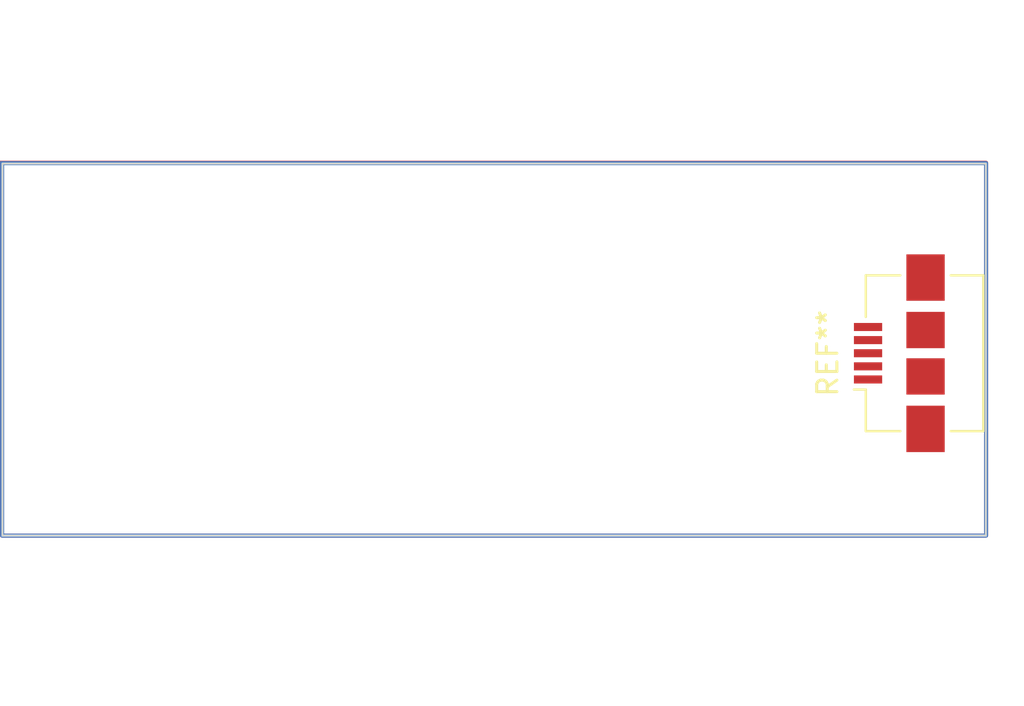
<source format=kicad_pcb>
(kicad_pcb (version 20211014) (generator pcbnew)
  (layers (0 "F.Cu" signal) (31 "B.Cu" signal) (34 "B.Paste" user) (35 "F.Paste" user) (36 "B.SilkS" user "B.Silkscreen") (37 "F.SilkS" user "F.Silkscreen") (38 "B.Mask" user) (39 "F.Mask" user) (44 "Edge.Cuts" user))
  (net 0 "")
  (footprint "Connector_USB:USB_Micro-B_Amphenol_10104110_Horizontal" (layer "F.Cu") (at 145.34 81.17 90)
    (fp_text reference "REF**" (at 0 -3.55 90) (layer "F.SilkS"))
    (fp_text value "USB_Micro-B_Amphenol_10104110_Horizontal")
    (fp_line (start 3.86 0.05) (end 3.86 -1.66) (layer "F.SilkS") (width 0.12))
    (fp_line (start -3.86 4.16) (end -3.86 2.55) (layer "F.SilkS") (width 0.12))
    (fp_line (start -1.8 -1.66) (end -1.8 -2.25) (layer "F.SilkS") (width 0.12))
    (fp_line (start -3.86 0.05) (end -3.86 -1.66) (layer "F.SilkS") (width 0.12))
    (fp_line (start 3.86 -1.66) (end 1.8 -1.66) (layer "F.SilkS") (width 0.12))
    (fp_line (start -3.86 -1.66) (end -1.8 -1.66) (layer "F.SilkS") (width 0.12))
    (fp_line (start -3.86 4.16) (end 3.86 4.16) (layer "F.SilkS") (width 0.12))
    (fp_line (start 3.86 4.16) (end 3.86 2.55) (layer "F.SilkS") (width 0.12))
    (pad "1" smd rect (at -1.3 -1.55 90) (size 0.4 1.4) (layers "F.Cu" "F.Paste" "F.Mask"))
    (pad "2" smd rect (at -0.65 -1.55 90) (size 0.4 1.4) (layers "F.Cu" "F.Paste" "F.Mask"))
    (pad "3" smd rect (at 0 -1.55 90) (size 0.4 1.4) (layers "F.Cu" "F.Paste" "F.Mask"))
    (pad "4" smd rect (at 0.65 -1.55 90) (size 0.4 1.4) (layers "F.Cu" "F.Paste" "F.Mask"))
    (pad "5" smd rect (at 1.3 -1.55 90) (size 0.4 1.4) (layers "F.Cu" "F.Paste" "F.Mask"))
    (pad "6" smd rect (at -3.75 1.3 90) (size 2.3 1.9) (layers "F.Cu" "F.Paste" "F.Mask"))
    (pad "6" smd rect (at 3.75 1.3 90) (size 2.3 1.9) (layers "F.Cu" "F.Paste" "F.Mask"))
    (pad "6" smd rect (at -1.15 1.3 90) (size 1.8 1.9) (layers "F.Cu" "F.Paste" "F.Mask"))
    (pad "6" smd rect (at 1.15 1.3 90) (size 1.8 1.9) (layers "F.Cu" "F.Paste" "F.Mask"))
  )
  (gr_rect (start 100.87 90.21) (end 149.64 71.73) (layer "F.Cu") (width 0.2) (fill none))
  (gr_rect (start 100.875 71.75) (end 149.64 90.21) (layer "B.Cu") (width 0.2) (fill none))
  (gr_rect (start 100.89 71.77) (end 149.63 90.21) (layer "Edge.Cuts") (width 0.1) (fill none))
)
</source>
